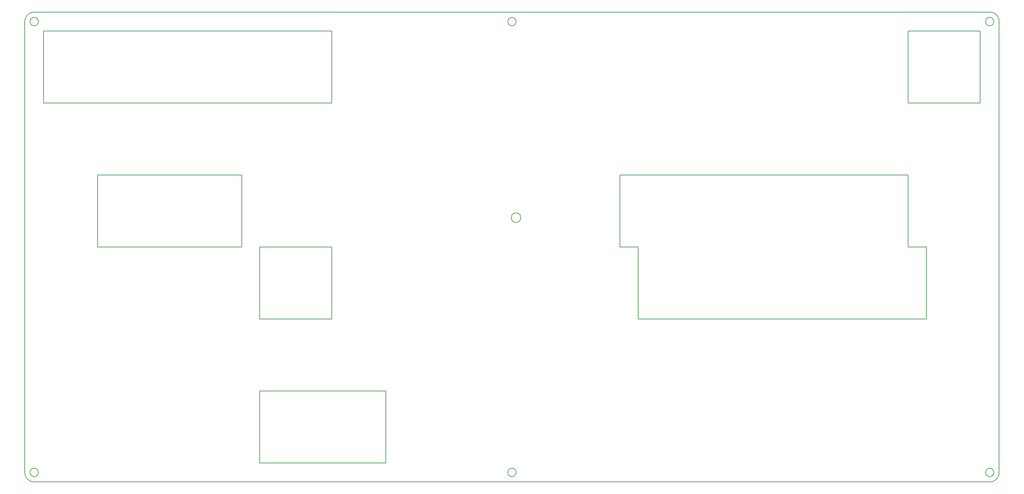
<source format=gbr>
G04 #@! TF.GenerationSoftware,KiCad,Pcbnew,5.0.1*
G04 #@! TF.CreationDate,2018-12-01T13:03:43-05:00*
G04 #@! TF.ProjectId,fightkeyb-pcb-top,66696768746B6579622D7063622D746F,rev?*
G04 #@! TF.SameCoordinates,Original*
G04 #@! TF.FileFunction,Profile,NP*
%FSLAX46Y46*%
G04 Gerber Fmt 4.6, Leading zero omitted, Abs format (unit mm)*
G04 Created by KiCad (PCBNEW 5.0.1) date Sat 01 Dec 2018 01:03:43 PM EST*
%MOMM*%
%LPD*%
G01*
G04 APERTURE LIST*
%ADD10C,0.200000*%
G04 APERTURE END LIST*
D10*
X21938675Y-150450684D02*
X21749885Y-150398318D01*
X276308115Y-26492000D02*
X276480115Y-26588000D01*
X275755115Y-26290000D02*
X275946115Y-26342000D01*
X277074115Y-27096000D02*
X277195115Y-27250000D01*
X275368115Y-26227000D02*
X275564115Y-26251000D01*
X275946115Y-26342000D02*
X276130115Y-26411000D01*
X276480115Y-26588000D02*
X276643115Y-26697000D01*
X275564115Y-26251000D02*
X275755115Y-26290000D01*
X277195115Y-27250000D02*
X277304115Y-27412000D01*
X277643115Y-28328000D02*
X277665115Y-28523000D01*
X277551115Y-27947000D02*
X277603115Y-28136000D01*
X277603115Y-28136000D02*
X277643115Y-28328000D01*
X21632745Y-148667500D02*
X21875285Y-148910040D01*
X21475655Y-148360200D02*
X21632745Y-148667500D01*
X21423285Y-148021200D02*
X21475655Y-148360200D01*
X21475655Y-147680830D02*
X21423285Y-148021200D01*
X21632745Y-147373520D02*
X21475655Y-147680830D01*
X276940115Y-149787846D02*
X276797115Y-149921517D01*
X277483115Y-148977560D02*
X277401115Y-149155330D01*
X275755115Y-150450684D02*
X275564115Y-150490647D01*
X275174115Y-26220000D02*
X275368115Y-26227000D01*
X276130115Y-26411000D02*
X276308115Y-26492000D01*
X21387455Y-150246734D02*
X21215205Y-150151648D01*
X148847115Y-149120880D02*
X149188115Y-149067130D01*
X148507115Y-149067130D02*
X148847115Y-149120880D01*
X148201115Y-148910040D02*
X148507115Y-149067130D01*
X147957115Y-148667500D02*
X148201115Y-148910040D01*
X274074115Y-148021200D02*
X274125115Y-148360200D01*
X274125115Y-147680830D02*
X274074115Y-148021200D01*
X274284115Y-147373520D02*
X274125115Y-147680830D01*
X115510115Y-126468700D02*
X115510115Y-145521440D01*
X82171515Y-126468700D02*
X115510115Y-126468700D01*
X22522965Y-146921510D02*
X22182585Y-146973900D01*
X22861955Y-146973900D02*
X22522965Y-146921510D01*
X23169265Y-147130990D02*
X22861955Y-146973900D01*
X23411795Y-147373520D02*
X23169265Y-147130990D01*
X23568885Y-147680830D02*
X23411795Y-147373520D01*
X23622655Y-148021200D02*
X23568885Y-147680830D01*
X23568885Y-148360200D02*
X23622655Y-148021200D01*
X21052595Y-150042785D02*
X20898254Y-149921517D01*
X22522965Y-26219000D02*
X275174115Y-26220000D01*
X22325905Y-26227000D02*
X22522965Y-26219000D01*
X22130225Y-26251000D02*
X22325905Y-26227000D01*
X275174115Y-146921510D02*
X274833115Y-146973900D01*
X275513115Y-146973900D02*
X275174115Y-146921510D01*
X275820115Y-147130990D02*
X275513115Y-146973900D01*
X151192979Y-80594000D02*
G75*
G03X151192979Y-80594000I-1264864J0D01*
G01*
X22522965Y-27621000D02*
X22182585Y-27673000D01*
X22861955Y-27673000D02*
X22522965Y-27621000D01*
X23169265Y-27830000D02*
X22861955Y-27673000D01*
X23411795Y-28073000D02*
X23169265Y-27830000D01*
X23568885Y-28380000D02*
X23411795Y-28073000D01*
X23622655Y-28720000D02*
X23568885Y-28380000D01*
X23568885Y-29059000D02*
X23622655Y-28720000D01*
X23411795Y-29367000D02*
X23568885Y-29059000D01*
X23169265Y-29609000D02*
X23411795Y-29367000D01*
X22861955Y-29766000D02*
X23169265Y-29609000D01*
X22522965Y-29820000D02*
X22861955Y-29766000D01*
X22182585Y-29766000D02*
X22522965Y-29820000D01*
X21875285Y-29609000D02*
X22182585Y-29766000D01*
X21632745Y-29367000D02*
X21875285Y-29609000D01*
X21475655Y-29059000D02*
X21632745Y-29367000D01*
X21423285Y-28720000D02*
X21475655Y-29059000D01*
X21475655Y-28380000D02*
X21423285Y-28720000D01*
X21632745Y-28073000D02*
X21475655Y-28380000D01*
X21875285Y-27830000D02*
X21632745Y-28073000D01*
X22182585Y-27673000D02*
X21875285Y-27830000D01*
X275174115Y-27621000D02*
X274833115Y-27673000D01*
X275513115Y-27673000D02*
X275174115Y-27621000D01*
X275820115Y-27830000D02*
X275513115Y-27673000D01*
X276063115Y-28073000D02*
X275820115Y-27830000D01*
X276220115Y-28380000D02*
X276063115Y-28073000D01*
X276273115Y-28720000D02*
X276220115Y-28380000D01*
X276220115Y-29059000D02*
X276273115Y-28720000D01*
X276063115Y-29367000D02*
X276220115Y-29059000D01*
X275820115Y-29609000D02*
X276063115Y-29367000D01*
X275513115Y-29766000D02*
X275820115Y-29609000D01*
X275174115Y-29820000D02*
X275513115Y-29766000D01*
X274833115Y-29766000D02*
X275174115Y-29820000D01*
X274526115Y-29609000D02*
X274833115Y-29766000D01*
X274284115Y-29367000D02*
X274526115Y-29609000D01*
X274125115Y-29059000D02*
X274284115Y-29367000D01*
X274074115Y-28720000D02*
X274125115Y-29059000D01*
X274125115Y-28380000D02*
X274074115Y-28720000D01*
X274284115Y-28073000D02*
X274125115Y-28380000D01*
X274526115Y-27830000D02*
X274284115Y-28073000D01*
X274833115Y-27673000D02*
X274526115Y-27830000D01*
X148847115Y-27621000D02*
X148507115Y-27673000D01*
X149188115Y-27673000D02*
X148847115Y-27621000D01*
X149495115Y-27830000D02*
X149188115Y-27673000D01*
X149738115Y-28073000D02*
X149495115Y-27830000D01*
X149893115Y-28380000D02*
X149738115Y-28073000D01*
X149947115Y-28720000D02*
X149893115Y-28380000D01*
X149893115Y-29059000D02*
X149947115Y-28720000D01*
X149738115Y-29367000D02*
X149893115Y-29059000D01*
X149495115Y-29609000D02*
X149738115Y-29367000D01*
X149188115Y-29766000D02*
X149495115Y-29609000D01*
X148847115Y-29820000D02*
X149188115Y-29766000D01*
X148507115Y-29766000D02*
X148847115Y-29820000D01*
X148201115Y-29609000D02*
X148507115Y-29766000D01*
X147957115Y-29367000D02*
X148201115Y-29609000D01*
X147802115Y-29059000D02*
X147957115Y-29367000D01*
X147748115Y-28720000D02*
X147802115Y-29059000D01*
X147802115Y-28380000D02*
X147748115Y-28720000D01*
X147957115Y-28073000D02*
X147802115Y-28380000D01*
X148201115Y-27830000D02*
X147957115Y-28073000D01*
X148507115Y-27673000D02*
X148201115Y-27830000D01*
X253621115Y-50271000D02*
X253621115Y-31219000D01*
X272674115Y-50271000D02*
X253621115Y-50271000D01*
X272674115Y-31219000D02*
X272674115Y-50271000D01*
X253621115Y-31219000D02*
X272674115Y-31219000D01*
X25021345Y-50271000D02*
X25021345Y-31219000D01*
X101224015Y-50271000D02*
X25021345Y-50271000D01*
X101224015Y-31219000D02*
X101224015Y-50271000D01*
X25021345Y-31219000D02*
X101224015Y-31219000D01*
X39308815Y-88371400D02*
X39308815Y-69318600D01*
X77410115Y-88371400D02*
X39308815Y-88371400D01*
X77410115Y-69318600D02*
X77410115Y-88371400D01*
X39308815Y-69318600D02*
X77410115Y-69318600D01*
X253624115Y-69318600D02*
X177421115Y-69318600D01*
X253624115Y-88368600D02*
X253624115Y-69318600D01*
X258385115Y-88368600D02*
X253624115Y-88368600D01*
X258385115Y-107421400D02*
X258385115Y-88368600D01*
X276480115Y-150151648D02*
X276308115Y-150246734D01*
X277673115Y-28720000D02*
X277673115Y-148019820D01*
X147957115Y-147373520D02*
X147802115Y-147680830D01*
X148201115Y-147130990D02*
X147957115Y-147373520D01*
X148507115Y-146973900D02*
X148201115Y-147130990D01*
X23411795Y-148667500D02*
X23568885Y-148360200D01*
X23169265Y-148910040D02*
X23411795Y-148667500D01*
X22861955Y-149067130D02*
X23169265Y-148910040D01*
X22522965Y-149120880D02*
X22861955Y-149067130D01*
X22182585Y-149067130D02*
X22522965Y-149120880D01*
X21875285Y-148910040D02*
X22182585Y-149067130D01*
X274526115Y-148910040D02*
X274833115Y-149067130D01*
X274284115Y-148667500D02*
X274526115Y-148910040D01*
X274125115Y-148360200D02*
X274284115Y-148667500D01*
X20294672Y-149155330D02*
X20213369Y-148977560D01*
X20391136Y-149327580D02*
X20294672Y-149155330D01*
X276308115Y-150246734D02*
X276130115Y-150330795D01*
X276940115Y-26952000D02*
X277074115Y-27096000D01*
X275368115Y-150512696D02*
X275172115Y-150519586D01*
X277665115Y-28523000D02*
X277673115Y-28720000D01*
X147802115Y-148360200D02*
X147957115Y-148667500D01*
X147748115Y-148021200D02*
X147802115Y-148360200D01*
X147802115Y-147680830D02*
X147748115Y-148021200D01*
X21565225Y-150330795D02*
X21387455Y-150246734D01*
X276063115Y-147373520D02*
X275820115Y-147130990D01*
X276220115Y-147680830D02*
X276063115Y-147373520D01*
X276273115Y-148021200D02*
X276220115Y-147680830D01*
X277603115Y-148604110D02*
X277551115Y-148792900D01*
X22522965Y-150519586D02*
X22325905Y-150512696D01*
X20500000Y-149490190D02*
X20391136Y-149327580D01*
X277304115Y-27412000D02*
X277401115Y-27585000D01*
X20754938Y-149787846D02*
X20621267Y-149644530D01*
X275564115Y-150490647D02*
X275368115Y-150512696D01*
X277401115Y-149155330D02*
X277304115Y-149327580D01*
X20092102Y-28136000D02*
X20144467Y-27947000D01*
X20053517Y-28328000D02*
X20092102Y-28136000D01*
X20053517Y-148412570D02*
X20030090Y-148216880D01*
X20092102Y-148604110D02*
X20053517Y-148412570D01*
X22130225Y-150490647D02*
X21938675Y-150450684D01*
X277665115Y-148216880D02*
X277643115Y-148412570D01*
X182184115Y-107421400D02*
X258385115Y-107421400D01*
X182184115Y-88371400D02*
X182184115Y-107421400D01*
X177421115Y-88371400D02*
X182184115Y-88371400D01*
X177421115Y-69318600D02*
X177421115Y-88371400D01*
X82171515Y-107421400D02*
X82171515Y-88368600D01*
X101224015Y-107421400D02*
X82171515Y-107421400D01*
X101224015Y-88368600D02*
X101224015Y-107421400D01*
X82171515Y-88368600D02*
X101224015Y-88368600D01*
X82171515Y-145521440D02*
X82171515Y-126468700D01*
X115510115Y-145521440D02*
X82171515Y-145521440D01*
X275172115Y-150519586D02*
X22522965Y-150519586D01*
X21875285Y-147130990D02*
X21632745Y-147373520D01*
X22182585Y-146973900D02*
X21875285Y-147130990D01*
X148847115Y-146921510D02*
X148507115Y-146973900D01*
X149188115Y-146973900D02*
X148847115Y-146921510D01*
X277401115Y-27585000D02*
X277483115Y-27762000D01*
X21938675Y-26290000D02*
X22130225Y-26251000D01*
X21749885Y-26342000D02*
X21938675Y-26290000D01*
X276797115Y-26819000D02*
X276940115Y-26952000D01*
X277304115Y-149327580D02*
X277195115Y-149490190D01*
X20030090Y-28523000D02*
X20053517Y-28328000D01*
X20023200Y-28720000D02*
X20030090Y-28523000D01*
X20021822Y-148021200D02*
X20023200Y-28720000D01*
X20030090Y-148216880D02*
X20021822Y-148021200D01*
X274526115Y-147130990D02*
X274284115Y-147373520D01*
X274833115Y-146973900D02*
X274526115Y-147130990D01*
X21565225Y-26411000D02*
X21749885Y-26342000D01*
X21387455Y-26492000D02*
X21565225Y-26411000D01*
X276220115Y-148360200D02*
X276273115Y-148021200D01*
X276063115Y-148667500D02*
X276220115Y-148360200D01*
X275820115Y-148910040D02*
X276063115Y-148667500D01*
X20213369Y-27762000D02*
X20294672Y-27585000D01*
X20144467Y-27947000D02*
X20213369Y-27762000D01*
X277673115Y-148019820D02*
X277665115Y-148216880D01*
X149495115Y-147130990D02*
X149188115Y-146973900D01*
X149738115Y-147373520D02*
X149495115Y-147130990D01*
X149893115Y-147680830D02*
X149738115Y-147373520D01*
X149947115Y-148021200D02*
X149893115Y-147680830D01*
X275513115Y-149067130D02*
X275820115Y-148910040D01*
X275174115Y-149120880D02*
X275513115Y-149067130D01*
X274833115Y-149067130D02*
X275174115Y-149120880D01*
X20391136Y-27412000D02*
X20500000Y-27250000D01*
X20294672Y-27585000D02*
X20391136Y-27412000D01*
X20621267Y-149644530D02*
X20500000Y-149490190D01*
X276643115Y-150042785D02*
X276480115Y-150151648D01*
X149893115Y-148360200D02*
X149947115Y-148021200D01*
X149738115Y-148667500D02*
X149893115Y-148360200D01*
X149495115Y-148910040D02*
X149738115Y-148667500D01*
X149188115Y-149067130D02*
X149495115Y-148910040D01*
X20898254Y-149921517D02*
X20754938Y-149787846D01*
X275946115Y-150398318D02*
X275755115Y-150450684D01*
X21749885Y-150398318D02*
X21565225Y-150330795D01*
X22325905Y-150512696D02*
X22130225Y-150490647D01*
X277551115Y-148792900D02*
X277483115Y-148977560D01*
X21215205Y-150151648D02*
X21052595Y-150042785D01*
X277074115Y-149644530D02*
X276940115Y-149787846D01*
X276643115Y-26697000D02*
X276797115Y-26819000D01*
X277643115Y-148412570D02*
X277603115Y-148604110D01*
X277195115Y-149490190D02*
X277074115Y-149644530D01*
X276797115Y-149921517D02*
X276643115Y-150042785D01*
X276130115Y-150330795D02*
X275946115Y-150398318D01*
X277483115Y-27762000D02*
X277551115Y-27947000D01*
X21215205Y-26588000D02*
X21387455Y-26492000D01*
X21052595Y-26697000D02*
X21215205Y-26588000D01*
X20144467Y-148792900D02*
X20092102Y-148604110D01*
X20213369Y-148977560D02*
X20144467Y-148792900D01*
X20898254Y-26819000D02*
X21052595Y-26697000D01*
X20754938Y-26952000D02*
X20898254Y-26819000D01*
X20621267Y-27096000D02*
X20754938Y-26952000D01*
X20500000Y-27250000D02*
X20621267Y-27096000D01*
M02*

</source>
